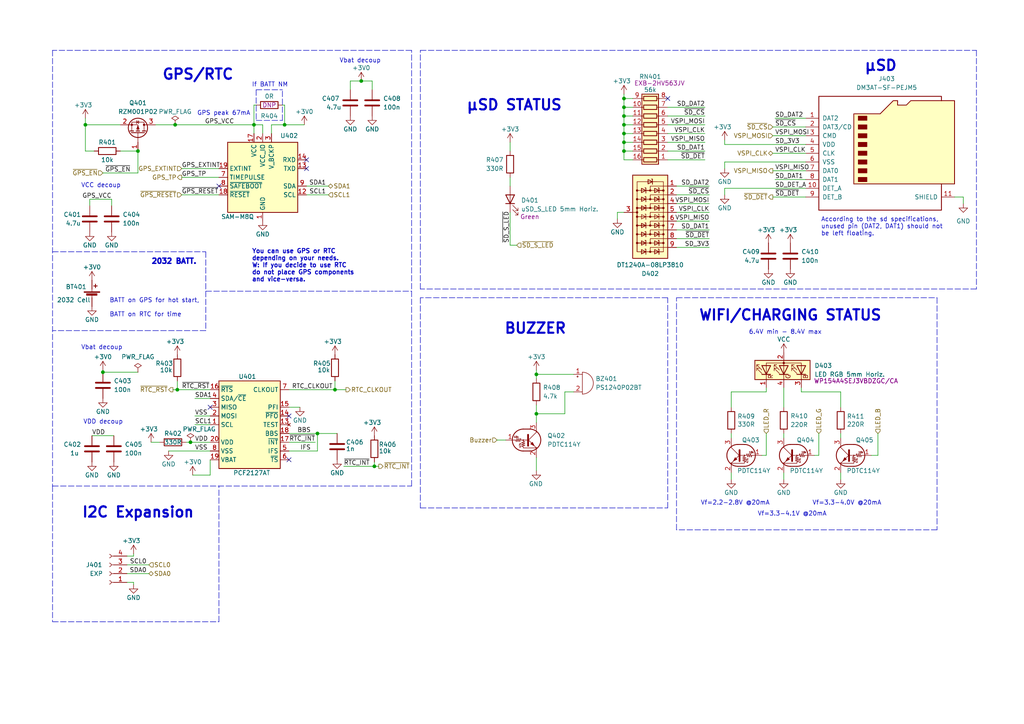
<source format=kicad_sch>
(kicad_sch (version 20211123) (generator eeschema)
  (paper "A4")
  (title_block (title "AUX + Peripherals") (date "2022-07-14") (rev "BETA") (company "Simone Tollardo"))
  (lib_symbols
    (symbol "Connector:Conn_01x04_Female" (pin_names (offset 1.016) hide)
      (property "Reference" "J" (at 0 5.08 0))
      (property "Value" "Conn_01x04_Female" (at 0 -7.62 0))
      (symbol "Conn_01x04_Female_1_1"
        (pin passive line (at -5.08 2.54 0) (length 3.81) (name "Pin_1") (number "1"))
        (pin passive line (at -5.08 0 0) (length 3.81) (name "Pin_2") (number "2"))
        (pin passive line (at -5.08 -2.54 0) (length 3.81) (name "Pin_3") (number "3"))
        (pin passive line (at -5.08 -5.08 0) (length 3.81) (name "Pin_4") (number "4"))
      )
    )
    (symbol "Connector:Micro_SD_Card_Det" (pin_names (offset 1.016))
      (property "Reference" "J" (at -16.51 17.78 0))
      (property "Value" "Micro_SD_Card_Det" (at 16.51 17.78 0))
      (symbol "Micro_SD_Card_Det_1_1"
        (pin bidirectional line (at -22.86 10.16 0) (length 3.81) (name "DAT2") (number "1"))
        (pin passive line (at -22.86 -10.16 0) (length 3.81) (name "DET_A") (number "10"))
        (pin passive line (at 20.32 -12.7 180) (length 3.81) (name "SHIELD") (number "11"))
        (pin bidirectional line (at -22.86 7.62 0) (length 3.81) (name "DAT3/CD") (number "2"))
        (pin input line (at -22.86 5.08 0) (length 3.81) (name "CMD") (number "3"))
        (pin power_in line (at -22.86 2.54 0) (length 3.81) (name "VDD") (number "4"))
        (pin input line (at -22.86 0 0) (length 3.81) (name "CLK") (number "5"))
        (pin power_in line (at -22.86 -2.54 0) (length 3.81) (name "VSS") (number "6"))
        (pin bidirectional line (at -22.86 -5.08 0) (length 3.81) (name "DAT0") (number "7"))
        (pin bidirectional line (at -22.86 -7.62 0) (length 3.81) (name "DAT1") (number "8"))
        (pin passive line (at -22.86 -12.7 0) (length 3.81) (name "DET_B") (number "9"))
      )
    )
    (symbol "Device:Battery_Cell" (pin_numbers hide) (pin_names (offset 0) hide)
      (property "Reference" "BT" (at 2.54 2.54 0))
      (property "Value" "Battery_Cell" (at 2.54 0 0))
      (symbol "Battery_Cell_1_1"
        (pin passive line (at 0 5.08 270) (length 2.54) (name "+") (number "1"))
        (pin passive line (at 0 -2.54 90) (length 2.54) (name "-") (number "2"))
      )
    )
    (symbol "Device:Buzzer" (pin_names (offset 0.0254) hide)
      (property "Reference" "BZ" (at 3.81 1.27 0))
      (property "Value" "Buzzer" (at 3.81 -1.27 0))
      (symbol "Buzzer_1_1"
        (pin passive line (at -2.54 2.54 0) (length 2.54) (name "-") (number "1"))
        (pin passive line (at -2.54 -2.54 0) (length 2.54) (name "+") (number "2"))
      )
    )
    (symbol "Device:C" (pin_numbers hide) (pin_names (offset 0.254))
      (property "Reference" "C" (at 0.635 2.54 0))
      (property "Value" "C" (at 0.635 -2.54 0))
      (symbol "C_1_1"
        (pin passive line (at 0 3.81 270) (length 2.794) (name "~") (number "1"))
        (pin passive line (at 0 -3.81 90) (length 2.794) (name "~") (number "2"))
      )
    )
    (symbol "Device:LED" (pin_numbers hide) (pin_names (offset 1.016) hide)
      (property "Reference" "D" (at 0 2.54 0))
      (property "Value" "LED" (at 0 -2.54 0))
      (symbol "LED_1_1"
        (pin passive line (at -3.81 0 0) (length 2.54) (name "K") (number "1"))
        (pin passive line (at 3.81 0 180) (length 2.54) (name "A") (number "2"))
      )
    )
    (symbol "Device:Q_PMOS_GSD" (pin_names (offset 0) hide)
      (property "Reference" "Q" (at 5.08 1.27 0))
      (property "Value" "Q_PMOS_GSD" (at 5.08 -1.27 0))
      (symbol "Q_PMOS_GSD_1_1"
        (pin input line (at -5.08 0 0) (length 2.54) (name "G") (number "1"))
        (pin passive line (at 2.54 -5.08 90) (length 2.54) (name "S") (number "2"))
        (pin passive line (at 2.54 5.08 270) (length 2.54) (name "D") (number "3"))
      )
    )
    (symbol "Device:R" (pin_numbers hide) (pin_names (offset 0))
      (property "Reference" "R" (at 2.032 0 90))
      (property "Value" "R" (at 0 0 90))
      (symbol "R_1_1"
        (pin passive line (at 0 3.81 270) (length 1.27) (name "~") (number "1"))
        (pin passive line (at 0 -3.81 90) (length 1.27) (name "~") (number "2"))
      )
    )
    (symbol "Device:R_Pack08" (pin_names (offset 0) hide)
      (property "Reference" "RN" (at -12.7 0 90))
      (property "Value" "R_Pack08" (at 10.16 0 90))
      (symbol "R_Pack08_1_1"
        (pin passive line (at -10.16 -5.08 90) (length 2.54) (name "R1.1") (number "1"))
        (pin passive line (at 5.08 5.08 270) (length 2.54) (name "R7.2") (number "10"))
        (pin passive line (at 2.54 5.08 270) (length 2.54) (name "R6.2") (number "11"))
        (pin passive line (at 0 5.08 270) (length 2.54) (name "R5.2") (number "12"))
        (pin passive line (at -2.54 5.08 270) (length 2.54) (name "R4.2") (number "13"))
        (pin passive line (at -5.08 5.08 270) (length 2.54) (name "R3.2") (number "14"))
        (pin passive line (at -7.62 5.08 270) (length 2.54) (name "R2.2") (number "15"))
        (pin passive line (at -10.16 5.08 270) (length 2.54) (name "R1.2") (number "16"))
        (pin passive line (at -7.62 -5.08 90) (length 2.54) (name "R2.1") (number "2"))
        (pin passive line (at -5.08 -5.08 90) (length 2.54) (name "R3.1") (number "3"))
        (pin passive line (at -2.54 -5.08 90) (length 2.54) (name "R4.1") (number "4"))
        (pin passive line (at 0 -5.08 90) (length 2.54) (name "R5.1") (number "5"))
        (pin passive line (at 2.54 -5.08 90) (length 2.54) (name "R6.1") (number "6"))
        (pin passive line (at 5.08 -5.08 90) (length 2.54) (name "R7.1") (number "7"))
        (pin passive line (at 7.62 -5.08 90) (length 2.54) (name "R8.1") (number "8"))
        (pin passive line (at 7.62 5.08 270) (length 2.54) (name "R8.2") (number "9"))
      )
    )
    (symbol "LED_ABGR_1" (pin_names (offset 0) hide)
      (property "Reference" "D?" (at 8.89 1.2701 90))
      (property "Value" "LED_ABGR_1" (at 8.89 -1.2699 90))
      (symbol "LED_ABGR_1_0_0"
        (text "B" (at -1.905 -6.35 0) (effects (font (size 1.27 1.27))))
        (text "G" (at -1.905 -1.27 0) (effects (font (size 1.27 1.27))))
        (text "R" (at -1.905 3.81 0) (effects (font (size 1.27 1.27))))
      )
      (symbol "LED_ABGR_1_1_1"
        (pin passive line (at -5.08 5.08 0) (length 2.54) (name "RK") (number "1"))
        (pin passive line (at 5.08 0 180) (length 2.54) (name "A") (number "2"))
        (pin passive line (at -5.08 -5.08 0) (length 2.54) (name "BK") (number "3"))
        (pin passive line (at -5.08 0 0) (length 2.54) (name "GK") (number "4"))
      )
    )
    (symbol "PCF2127AT_1"
      (property "Reference" "U" (at -5.08 15.24 0))
      (property "Value" "PCF2127AT_1" (at 0 -15.24 0))
      (symbol "PCF2127AT_1_1_1"
        (pin input line (at -10.16 0 0) (length 2.54) (name "SCL") (number "1"))
        (pin no_connect line (at 12.7 0 180) (length 2.54) hide (name "") (number "10"))
        (pin no_connect line (at 12.7 0 180) (length 2.54) hide (name "") (number "11"))
        (pin no_connect line (at 12.7 0 180) (length 2.54) hide (name "") (number "12"))
        (pin no_connect line (at 12.7 0 180) (length 2.54) (name "TEST") (number "13"))
        (pin open_collector line (at 12.7 2.54 180) (length 2.54) (name "~{PFO}") (number "14"))
        (pin input line (at 12.7 5.08 180) (length 2.54) (name "PFI") (number "15"))
        (pin output line (at -10.16 10.16 0) (length 2.54) (name "~{RTS}") (number "16"))
        (pin output line (at 12.7 -5.08 180) (length 2.54) (name "~{INT}") (number "17"))
        (pin output line (at 12.7 -2.54 180) (length 2.54) (name "BBS") (number "18"))
        (pin power_in line (at -10.16 -10.16 0) (length 2.54) (name "VBAT") (number "19"))
        (pin input line (at -10.16 2.54 0) (length 2.54) (name "MOSI") (number "2"))
        (pin power_in line (at -10.16 -5.08 0) (length 2.54) (name "VDD") (number "20"))
        (pin output line (at -10.16 5.08 0) (length 2.54) (name "MISO") (number "3"))
        (pin bidirectional line (at -10.16 7.62 0) (length 2.54) (name "SDA/~{CE}") (number "4"))
        (pin input line (at 12.7 -7.62 180) (length 2.54) (name "IFS") (number "5"))
        (pin input line (at 12.7 -10.16 180) (length 2.54) (name "~{TS}") (number "6"))
        (pin open_collector line (at 12.7 10.16 180) (length 2.54) (name "CLKOUT") (number "7"))
        (pin power_in line (at -10.16 -7.62 0) (length 2.54) (name "VSS") (number "8"))
        (pin no_connect line (at 12.7 0 180) (length 2.54) hide (name "") (number "9"))
      )
    )
    (symbol "Power_Protection:DT1240A-08LP3810" (pin_names hide)
      (property "Reference" "D" (at 13.97 2.54 0))
      (property "Value" "DT1240A-08LP3810" (at 13.97 0.635 0))
      (symbol "DT1240A-08LP3810_0_0"
        (pin passive line (at 0 -7.62 90) (length 2.54) (name "A") (number "3"))
      )
      (symbol "DT1240A-08LP3810_1_1"
        (pin passive line (at -7.62 7.62 270) (length 2.54) (name "K1") (number "1"))
        (pin passive line (at -5.08 7.62 270) (length 2.54) (name "K2") (number "2"))
        (pin passive line (at -2.54 7.62 270) (length 2.54) (name "K3") (number "4"))
        (pin passive line (at 0 7.62 270) (length 2.54) (name "K4") (number "5"))
        (pin passive line (at 2.54 7.62 270) (length 2.54) (name "K5") (number "6"))
        (pin passive line (at 5.08 7.62 270) (length 2.54) (name "K6") (number "7"))
        (pin passive line (at 7.62 7.62 270) (length 2.54) (name "K7") (number "8"))
        (pin passive line (at 10.16 7.62 270) (length 2.54) (name "K8") (number "9"))
      )
    )
    (symbol "RF_GPS:SAM-M8Q"
      (property "Reference" "U" (at -8.89 11.43 0))
      (property "Value" "SAM-M8Q" (at 8.89 11.43 0))
      (symbol "SAM-M8Q_1_1"
        (pin power_in line (at 0 -12.7 90) (length 2.54) (name "GND") (number "1"))
        (pin passive line (at 0 -12.7 90) (length 2.54) hide (name "GND") (number "10"))
        (pin passive line (at 0 -12.7 90) (length 2.54) hide (name "GND") (number "11"))
        (pin input line (at 12.7 -5.08 180) (length 2.54) (name "SCL") (number "12"))
        (pin output line (at 12.7 2.54 180) (length 2.54) (name "TXD") (number "13"))
        (pin input line (at 12.7 5.08 180) (length 2.54) (name "RXD") (number "14"))
        (pin passive line (at 0 -12.7 90) (length 2.54) hide (name "GND") (number "15"))
        (pin passive line (at 0 -12.7 90) (length 2.54) hide (name "GND") (number "16"))
        (pin power_in line (at -2.54 12.7 270) (length 2.54) (name "VCC") (number "17"))
        (pin input line (at -12.7 -5.08 0) (length 2.54) (name "~{RESET}") (number "18"))
        (pin input line (at -12.7 2.54 0) (length 2.54) (name "EXTINT") (number "19"))
        (pin power_in line (at 0 12.7 270) (length 2.54) (name "VCC_IO") (number "2"))
        (pin passive line (at 0 -12.7 90) (length 2.54) hide (name "GND") (number "20"))
        (pin power_in line (at 2.54 12.7 270) (length 2.54) (name "V_BCKP") (number "3"))
        (pin passive line (at 0 -12.7 90) (length 2.54) hide (name "GND") (number "4"))
        (pin passive line (at 0 -12.7 90) (length 2.54) hide (name "GND") (number "5"))
        (pin passive line (at 0 -12.7 90) (length 2.54) hide (name "GND") (number "6"))
        (pin output line (at -12.7 0 0) (length 2.54) (name "TIMEPULSE") (number "7"))
        (pin input line (at -12.7 -2.54 0) (length 2.54) (name "~{SAFEBOOT}") (number "8"))
        (pin bidirectional line (at 12.7 -2.54 180) (length 2.54) (name "SDA") (number "9"))
      )
    )
    (symbol "Transistor_BJT:DTC114Y" (pin_names (offset 0) hide)
      (property "Reference" "Q" (at 5.08 1.905 0))
      (property "Value" "DTC114Y" (at 5.08 0 0))
      (symbol "DTC114Y_0_0"
        (text "10k" (at -3.302 0.889 0) (effects (font (size 0.508 0.508))))
        (text "47k" (at -2.159 -1.524 900) (effects (font (size 0.508 0.508))))
      )
      (symbol "DTC114Y_1_1"
        (pin input line (at -6.35 0 0) (length 2.54) (name "B") (number "1"))
        (pin passive line (at 2.54 -5.08 90) (length 2.54) (name "E") (number "2"))
        (pin passive line (at 2.54 5.08 270) (length 2.54) (name "C") (number "3"))
      )
    )
    (symbol "power:+3V3" (power) (pin_names (offset 0))
      (property "Value" "+3V3" (at 0 3.556 0))
      (symbol "+3V3_1_1"
        (pin power_in line (at 0 0 90) (length 0) hide (name "+3V3") (number "1"))
      )
    )
    (symbol "power:+3V_VBAT" (power) (pin_names (offset 0))
      (property "Value" "+3V_VBAT" (at -0.635 3.81 0))
      (symbol "+3V_VBAT_1_1"
        (pin power_in line (at 0 0 90) (length 0) hide (name "+3V0") (number "1"))
      )
    )
    (symbol "power:GND" (power) (pin_names (offset 0))
      (property "Value" "GND" (at 0 -3.81 0))
      (symbol "GND_1_1"
        (pin power_in line (at 0 0 270) (length 0) hide (name "GND") (number "1"))
      )
    )
    (symbol "power:PWR_FLAG" (power) (pin_numbers hide) (pin_names (offset 0) hide)
      (property "Value" "PWR_FLAG" (at 0 3.81 0))
      (symbol "PWR_FLAG_0_0"
        (pin power_out line (at 0 0 90) (length 0) (name "pwr") (number "1"))
      )
    )
    (symbol "power:VSYS" (power) (pin_names (offset 0))
      (property "Value" "VSYS" (at 0 3.81 0))
      (symbol "VSYS_1_1"
        (pin power_in line (at 0 0 90) (length 0) hide (name "VCC") (number "1"))
      )
    )
  )
  (junction (at 55.245 128.27))
  (junction (at 40.005 43.815))
  (junction (at 180.975 36.195))
  (junction (at 155.575 108.585))
  (junction (at 180.975 31.115))
  (junction (at 180.975 28.575))
  (junction (at 97.155 113.03))
  (junction (at 24.765 36.195))
  (junction (at 50.8 36.195))
  (junction (at 51.435 113.03))
  (junction (at 29.845 107.95))
  (junction (at 73.66 36.195))
  (junction (at 180.975 38.735))
  (junction (at 108.585 135.255))
  (junction (at 155.575 120.015))
  (junction (at 104.775 23.495))
  (junction (at 82.55 36.195))
  (junction (at 180.975 43.815))
  (junction (at 92.075 125.73))
  (junction (at 180.975 41.275))
  (junction (at 180.975 33.655))
  (no_connect (at 88.9 46.355))
  (no_connect (at 88.9 48.895))
  (no_connect (at 193.675 28.575))
  (no_connect (at 83.82 133.35))
  (no_connect (at 63.5 53.975))
  (no_connect (at 83.82 120.65))
  (no_connect (at 60.96 118.11))
  (wire (pts (xy 227.33 112.395) (xy 227.33 118.11)))
  (wire (pts (xy 210.185 41.91) (xy 233.68 41.91)))
  (wire (pts (xy 34.925 43.815) (xy 40.005 43.815)))
  (wire (pts (xy 78.74 36.195) (xy 82.55 36.195)))
  (wire (pts (xy 101.6 23.495) (xy 104.775 23.495)))
  (wire (pts (xy 180.975 33.655) (xy 180.975 31.115)))
  (wire (pts (xy 224.155 44.45) (xy 233.68 44.45)))
  (wire (pts (xy 155.575 109.855) (xy 155.575 108.585)))
  (wire (pts (xy 56.515 115.57) (xy 60.96 115.57)))
  (wire (pts (xy 227.33 137.16) (xy 227.33 139.065)))
  (wire (pts (xy 222.25 125.73) (xy 222.25 132.08)))
  (wire (pts (xy 224.155 39.37) (xy 233.68 39.37)))
  (polyline (pts (xy 15.24 180.34) (xy 63.5 180.34)))
  (wire (pts (xy 74.295 30.48) (xy 73.66 30.48)))
  (wire (pts (xy 38.735 168.91) (xy 38.735 169.545)))
  (wire (pts (xy 32.385 57.785) (xy 26.035 57.785)))
  (wire (pts (xy 36.83 166.37) (xy 43.18 166.37)))
  (wire (pts (xy 193.675 43.815) (xy 204.47 43.815)))
  (polyline (pts (xy 119.38 140.97) (xy 119.38 14.605)))
  (wire (pts (xy 26.67 126.365) (xy 33.02 126.365)))
  (wire (pts (xy 236.22 132.08) (xy 237.49 132.08)))
  (wire (pts (xy 55.245 128.27) (xy 60.96 128.27)))
  (wire (pts (xy 24.765 43.815) (xy 27.305 43.815)))
  (wire (pts (xy 144.145 127.635) (xy 146.685 127.635)))
  (wire (pts (xy 56.515 120.65) (xy 60.96 120.65)))
  (wire (pts (xy 210.185 40.64) (xy 210.185 41.91)))
  (wire (pts (xy 97.155 113.03) (xy 100.33 113.03)))
  (polyline (pts (xy 15.24 140.97) (xy 119.38 140.97)))
  (polyline (pts (xy 121.92 14.605) (xy 283.21 14.605)))
  (wire (pts (xy 180.975 41.275) (xy 180.975 38.735)))
  (wire (pts (xy 205.74 71.755) (xy 196.215 71.755)))
  (wire (pts (xy 29.845 107.95) (xy 40.005 107.95)))
  (wire (pts (xy 36.83 163.83) (xy 43.18 163.83)))
  (wire (pts (xy 108.585 133.985) (xy 108.585 135.255)))
  (wire (pts (xy 155.575 132.715) (xy 155.575 136.525)))
  (polyline (pts (xy 193.675 147.32) (xy 193.675 86.36)))
  (polyline (pts (xy 74.295 34.925) (xy 81.915 34.925)))
  (wire (pts (xy 51.435 113.03) (xy 50.165 113.03)))
  (wire (pts (xy 193.675 38.735) (xy 204.47 38.735)))
  (wire (pts (xy 36.83 168.91) (xy 38.735 168.91)))
  (wire (pts (xy 52.705 51.435) (xy 63.5 51.435)))
  (wire (pts (xy 99.695 135.255) (xy 108.585 135.255)))
  (wire (pts (xy 108.585 135.255) (xy 109.855 135.255)))
  (wire (pts (xy 83.82 130.81) (xy 92.075 130.81)))
  (wire (pts (xy 147.955 43.815) (xy 147.955 41.275)))
  (polyline (pts (xy 271.78 86.36) (xy 271.78 153.67)))
  (wire (pts (xy 55.88 137.795) (xy 60.96 137.795)))
  (wire (pts (xy 82.55 30.48) (xy 82.55 36.195)))
  (wire (pts (xy 24.765 43.815) (xy 24.765 36.195)))
  (polyline (pts (xy 121.92 86.36) (xy 121.92 147.32)))
  (wire (pts (xy 60.96 137.795) (xy 60.96 133.35)))
  (wire (pts (xy 88.9 53.975) (xy 95.25 53.975)))
  (wire (pts (xy 76.2 36.195) (xy 73.66 36.195)))
  (wire (pts (xy 155.575 107.315) (xy 155.575 108.585)))
  (polyline (pts (xy 196.215 86.36) (xy 271.78 86.36)))
  (wire (pts (xy 81.915 30.48) (xy 82.55 30.48)))
  (wire (pts (xy 53.975 128.27) (xy 55.245 128.27)))
  (wire (pts (xy 193.675 33.655) (xy 204.47 33.655)))
  (wire (pts (xy 32.385 59.69) (xy 32.385 57.785)))
  (wire (pts (xy 40.005 50.165) (xy 29.845 50.165)))
  (wire (pts (xy 149.86 71.12) (xy 147.955 71.12)))
  (wire (pts (xy 29.845 107.315) (xy 29.845 107.95)))
  (wire (pts (xy 252.73 132.08) (xy 254.635 132.08)))
  (wire (pts (xy 40.005 43.815) (xy 40.005 50.165)))
  (polyline (pts (xy 59.69 84.455) (xy 119.38 84.455)))
  (wire (pts (xy 50.8 36.195) (xy 73.66 36.195)))
  (wire (pts (xy 180.975 46.355) (xy 180.975 43.815)))
  (polyline (pts (xy 271.78 153.67) (xy 196.215 153.67)))
  (wire (pts (xy 56.515 123.19) (xy 60.96 123.19)))
  (wire (pts (xy 210.185 46.99) (xy 210.185 48.895)))
  (wire (pts (xy 52.705 56.515) (xy 63.5 56.515)))
  (wire (pts (xy 183.515 38.735) (xy 180.975 38.735)))
  (wire (pts (xy 180.975 43.815) (xy 180.975 41.275)))
  (wire (pts (xy 83.82 128.27) (xy 91.44 128.27)))
  (wire (pts (xy 180.975 27.305) (xy 180.975 28.575)))
  (wire (pts (xy 104.775 23.495) (xy 107.95 23.495)))
  (wire (pts (xy 224.79 34.29) (xy 233.68 34.29)))
  (wire (pts (xy 83.82 118.11) (xy 86.995 118.11)))
  (polyline (pts (xy 283.21 83.82) (xy 121.92 83.82)))
  (wire (pts (xy 52.705 48.895) (xy 63.5 48.895)))
  (wire (pts (xy 212.09 118.11) (xy 212.09 113.665)))
  (wire (pts (xy 38.735 160.655) (xy 38.735 161.29)))
  (polyline (pts (xy 59.69 73.025) (xy 59.69 95.885)))
  (wire (pts (xy 243.84 127) (xy 243.84 125.73)))
  (wire (pts (xy 155.575 120.015) (xy 163.83 120.015)))
  (wire (pts (xy 196.215 56.515) (xy 205.74 56.515)))
  (wire (pts (xy 97.155 110.49) (xy 97.155 113.03)))
  (wire (pts (xy 210.185 54.61) (xy 233.68 54.61)))
  (wire (pts (xy 88.9 56.515) (xy 95.25 56.515)))
  (polyline (pts (xy 15.24 14.605) (xy 15.24 140.97)))
  (wire (pts (xy 183.515 43.815) (xy 180.975 43.815)))
  (polyline (pts (xy 283.21 14.605) (xy 283.21 83.82)))
  (wire (pts (xy 76.2 38.735) (xy 76.2 36.195)))
  (wire (pts (xy 180.975 31.115) (xy 180.975 28.575)))
  (polyline (pts (xy 59.69 95.885) (xy 15.24 95.885)))
  (wire (pts (xy 183.515 41.275) (xy 180.975 41.275)))
  (wire (pts (xy 232.41 113.665) (xy 232.41 112.395)))
  (wire (pts (xy 92.075 125.73) (xy 92.075 130.81)))
  (wire (pts (xy 83.82 125.73) (xy 92.075 125.73)))
  (wire (pts (xy 233.68 49.53) (xy 224.155 49.53)))
  (polyline (pts (xy 15.24 73.025) (xy 59.69 73.025)))
  (wire (pts (xy 51.435 110.49) (xy 51.435 113.03)))
  (wire (pts (xy 183.515 36.195) (xy 180.975 36.195)))
  (wire (pts (xy 45.085 36.195) (xy 50.8 36.195)))
  (polyline (pts (xy 74.295 26.035) (xy 81.915 26.035)))
  (wire (pts (xy 193.675 31.115) (xy 204.47 31.115)))
  (wire (pts (xy 183.515 46.355) (xy 180.975 46.355)))
  (wire (pts (xy 237.49 125.73) (xy 237.49 132.08)))
  (wire (pts (xy 193.675 46.355) (xy 204.47 46.355)))
  (wire (pts (xy 166.37 113.665) (xy 163.83 113.665)))
  (wire (pts (xy 276.86 57.15) (xy 279.4 57.15)))
  (wire (pts (xy 193.675 41.275) (xy 204.47 41.275)))
  (wire (pts (xy 243.84 113.665) (xy 232.41 113.665)))
  (wire (pts (xy 180.975 61.595) (xy 179.07 61.595)))
  (wire (pts (xy 279.4 57.15) (xy 279.4 59.055)))
  (wire (pts (xy 243.84 137.16) (xy 243.84 139.065)))
  (wire (pts (xy 73.66 38.735) (xy 73.66 36.195)))
  (polyline (pts (xy 15.24 140.97) (xy 15.24 180.34)))
  (wire (pts (xy 82.55 36.195) (xy 88.265 36.195)))
  (polyline (pts (xy 74.295 26.035) (xy 74.295 34.925)))
  (wire (pts (xy 196.215 64.135) (xy 205.74 64.135)))
  (polyline (pts (xy 121.92 147.32) (xy 193.675 147.32)))
  (wire (pts (xy 196.215 59.055) (xy 205.74 59.055)))
  (wire (pts (xy 155.575 108.585) (xy 166.37 108.585)))
  (wire (pts (xy 24.765 34.29) (xy 24.765 36.195)))
  (polyline (pts (xy 119.38 14.605) (xy 15.24 14.605)))
  (wire (pts (xy 212.09 127) (xy 212.09 125.73)))
  (wire (pts (xy 220.98 132.08) (xy 222.25 132.08)))
  (polyline (pts (xy 196.215 153.67) (xy 196.215 86.36)))
  (wire (pts (xy 210.185 46.99) (xy 233.68 46.99)))
  (polyline (pts (xy 193.675 86.36) (xy 121.92 86.36)))
  (wire (pts (xy 155.575 117.475) (xy 155.575 120.015)))
  (wire (pts (xy 254.635 125.73) (xy 254.635 132.08)))
  (wire (pts (xy 183.515 31.115) (xy 180.975 31.115)))
  (wire (pts (xy 212.09 137.16) (xy 212.09 139.065)))
  (wire (pts (xy 210.185 56.515) (xy 210.185 54.61)))
  (wire (pts (xy 212.09 113.665) (xy 222.25 113.665)))
  (wire (pts (xy 196.215 61.595) (xy 205.74 61.595)))
  (wire (pts (xy 224.155 57.15) (xy 233.68 57.15)))
  (polyline (pts (xy 63.5 180.34) (xy 63.5 140.97)))
  (wire (pts (xy 51.435 113.03) (xy 60.96 113.03)))
  (wire (pts (xy 26.035 57.785) (xy 26.035 59.69)))
  (wire (pts (xy 243.84 118.11) (xy 243.84 113.665)))
  (wire (pts (xy 180.975 28.575) (xy 183.515 28.575)))
  (wire (pts (xy 48.895 130.81) (xy 60.96 130.81)))
  (wire (pts (xy 155.575 122.555) (xy 155.575 120.015)))
  (wire (pts (xy 147.955 71.12) (xy 147.955 61.595)))
  (wire (pts (xy 227.33 127) (xy 227.33 125.73)))
  (wire (pts (xy 222.25 112.395) (xy 222.25 113.665)))
  (wire (pts (xy 180.975 38.735) (xy 180.975 36.195)))
  (wire (pts (xy 147.955 53.975) (xy 147.955 51.435)))
  (wire (pts (xy 196.215 53.975) (xy 205.74 53.975)))
  (wire (pts (xy 83.82 113.03) (xy 97.155 113.03)))
  (wire (pts (xy 196.215 66.675) (xy 205.74 66.675)))
  (wire (pts (xy 24.765 36.195) (xy 34.925 36.195)))
  (wire (pts (xy 101.6 23.495) (xy 101.6 26.035)))
  (wire (pts (xy 180.975 36.195) (xy 180.975 33.655)))
  (wire (pts (xy 196.215 69.215) (xy 205.74 69.215)))
  (polyline (pts (xy 81.915 34.925) (xy 81.915 26.035)))
  (wire (pts (xy 38.735 161.29) (xy 36.83 161.29)))
  (wire (pts (xy 43.815 128.27) (xy 46.355 128.27)))
  (wire (pts (xy 183.515 33.655) (xy 180.975 33.655)))
  (wire (pts (xy 73.66 30.48) (xy 73.66 36.195)))
  (wire (pts (xy 224.79 52.07) (xy 233.68 52.07)))
  (polyline (pts (xy 121.92 83.82) (xy 121.92 14.605)))
  (wire (pts (xy 107.95 26.035) (xy 107.95 23.495)))
  (wire (pts (xy 92.075 125.73) (xy 97.79 125.73)))
  (wire (pts (xy 78.74 38.735) (xy 78.74 36.195)))
  (wire (pts (xy 163.83 113.665) (xy 163.83 120.015)))
  (wire (pts (xy 193.675 36.195) (xy 204.47 36.195)))
  (wire (pts (xy 224.155 36.83) (xy 233.68 36.83)))
  (wire (pts (xy 179.07 61.595) (xy 179.07 63.5)))
  (text "VCC decoup" (at 23.495 54.61 0) (effects (font (size 1.27 1.27)) (justify left bottom)))
  (text "Vbat decoup" (at 23.495 101.6 0) (effects (font (size 1.27 1.27)) (justify left bottom)))
  (text "GPS/RTC" (at 67.945 23.495 180) (effects (font (size 3 3) (thickness 0.6) bold) (justify right bottom)))
  (text "According to the sd specifications,\nunused pin (DAT2, DAT1) should not\nbe left floating." (at 238.125 68.58 0) (effects (font (size 1.27 1.27)) (justify left bottom)))
  (text "You can use GPS or RTC\ndepending on your needs.\nW: If you decide to use RTC\ndo not place GPS components \nand vice-versa." (at 73.025 81.915 0) (effects (font (size 1.27 1.27) bold) (justify left bottom)))
  (text "BUZZER\n" (at 164.465 97.155 180) (effects (font (size 3 3) (thickness 0.6) bold) (justify right bottom)))
  (text "I2C Expansion" (at 56.515 150.495 180) (effects (font (size 3 3) (thickness 0.6) bold) (justify right bottom)))
  (text "6.4V min - 8.4V max" (at 217.17 97.155 0) (effects (font (size 1.27 1.27)) (justify left bottom)))
  (text "Vf=2.2-2.8V @20mA" (at 203.2 146.685 0) (effects (font (size 1.27 1.27)) (justify left bottom)))
  (text "If BATT NM" (at 73.025 25.4 0) (effects (font (size 1.27 1.27)) (justify left bottom)))
  (text "BATT on GPS for hot start,\n\nBATT on RTC for time" (at 31.75 92.075 0) (effects (font (size 1.27 1.27)) (justify left bottom)))
  (text "GPS peak 67mA" (at 57.15 33.655 0) (effects (font (size 1.27 1.27)) (justify left bottom)))
  (text "μSD STATUS" (at 163.195 32.385 180) (effects (font (size 3 3) (thickness 0.6) bold) (justify right bottom)))
  (text "VDD decoup" (at 24.13 123.19 0) (effects (font (size 1.27 1.27)) (justify left bottom)))
  (text "Vf=3.3-4.1V @20mA" (at 219.71 149.86 0) (effects (font (size 1.27 1.27)) (justify left bottom)))
  (text "Vbat decoup" (at 98.425 18.415 0) (effects (font (size 1.27 1.27)) (justify left bottom)))
  (text "2032 BATT." (at 43.815 76.835 0) (effects (font (size 1.524 1.524) (thickness 0.4064) bold) (justify left bottom)))
  (text "Vf=3.3-4.0V @20mA" (at 235.585 146.685 0) (effects (font (size 1.27 1.27)) (justify left bottom)))
  (text "WIFI/CHARGING STATUS" (at 255.905 93.345 180) (effects (font (size 3 3) (thickness 0.6) bold) (justify right bottom)))
  (text "μSD" (at 260.35 20.955 180) (effects (font (size 3 3) (thickness 0.6) bold) (justify right bottom)))
  (label "GPS_TP" (at 52.705 51.435 0))
  (label "VSPI_MOSI" (at 204.47 36.195 180))
  (label "~{GPS_RESET}" (at 52.705 56.515 0))
  (label "SD_DET_A" (at 224.79 54.61 0))
  (label "VSPI_MOSI" (at 205.74 59.055 180))
  (label "SD_3V3" (at 205.74 71.755 180))
  (label "SCL1" (at 94.615 56.515 180))
  (label "~{RTC_INT}" (at 91.44 128.27 180))
  (label "SD_DAT2" (at 224.79 34.29 0))
  (label "~{SD_CS}" (at 204.47 33.655 180))
  (label "GPS_VCC" (at 32.385 57.785 180))
  (label "~{GPS_EN}" (at 30.48 50.165 0))
  (label "VSS" (at 56.515 120.65 0))
  (label "VSPI_MOSI" (at 224.79 39.37 0))
  (label "GPS_EXTINT" (at 52.705 48.895 0))
  (label "VDD" (at 26.67 126.365 0))
  (label "SCL1" (at 56.515 123.19 0))
  (label "SD_DAT2" (at 204.47 31.115 180))
  (label "~{RTC_INT}" (at 99.695 135.255 0))
  (label "GPS_VCC" (at 67.945 36.195 180))
  (label "VSPI_MISO" (at 204.47 41.275 180))
  (label "VSS" (at 56.515 130.81 0))
  (label "SDA1" (at 94.615 53.975 180))
  (label "SD_DAT1" (at 204.47 43.815 180))
  (label "SCL0" (at 42.545 163.83 180))
  (label "VSPI_MISO" (at 205.74 64.135 180))
  (label "SD_DAT2" (at 205.74 53.975 180))
  (label "RTC_CLKOUT" (at 96.52 113.03 180))
  (label "VSPI_CLK" (at 205.74 61.595 180))
  (label "SDA0" (at 42.545 166.37 180))
  (label "VSPI_MISO" (at 224.79 49.53 0))
  (label "BBS" (at 90.17 125.73 180))
  (label "~{SD_S_LED}" (at 147.955 70.485 90))
  (label "VSPI_CLK" (at 224.79 44.45 0))
  (label "~{RTC_RST}" (at 52.705 113.03 0))
  (label "IFS" (at 90.17 130.81 180))
  (label "~{SD_DET}" (at 204.47 46.355 180))
  (label "~{SD_CS}" (at 224.79 36.83 0))
  (label "SDA1" (at 56.515 115.57 0))
  (label "~{SD_CS}" (at 205.74 56.515 180))
  (label "~{SD_DET}" (at 205.74 69.215 180))
  (label "SD_DAT1" (at 224.79 52.07 0))
  (label "SD_DAT1" (at 205.74 66.675 180))
  (label "VSPI_CLK" (at 204.47 38.735 180))
  (label "SD_3V3" (at 224.79 41.91 0))
  (label "VDD" (at 56.515 128.27 0))
  (label "~{SD_DET}" (at 224.79 57.15 0))
  (hierarchical_label "LED_B" (shape input) (at 254.635 125.73 90))
  (hierarchical_label "SCL1" (shape input) (at 95.25 56.515 0))
  (hierarchical_label "SCL0" (shape input) (at 43.18 163.83 0))
  (hierarchical_label "SDA1" (shape bidirectional) (at 95.25 53.975 0))
  (hierarchical_label "~{GPS_EN}" (shape input) (at 29.845 50.165 180))
  (hierarchical_label "VSPI_MOSI" (shape input) (at 224.155 39.37 180))
  (hierarchical_label "~{SD_S_LED}" (shape input) (at 149.86 71.12 0))
  (hierarchical_label "VSPI_MISO" (shape output) (at 224.155 49.53 180))
  (hierarchical_label "Buzzer" (shape input) (at 144.145 127.635 180))
  (hierarchical_label "LED_R" (shape input) (at 222.25 125.73 90))
  (hierarchical_label "~{RTC_RST}" (shape output) (at 50.165 113.03 180))
  (hierarchical_label "VSPI_CLK" (shape bidirectional) (at 224.155 44.45 180))
  (hierarchical_label "~{SD_DET}" (shape output) (at 224.155 57.15 180))
  (hierarchical_label "SDA0" (shape bidirectional) (at 43.18 166.37 0))
  (hierarchical_label "~{GPS_RESET}" (shape input) (at 52.705 56.515 180))
  (hierarchical_label "GPS_EXTINT" (shape input) (at 52.705 48.895 180))
  (hierarchical_label "RTC_CLKOUT" (shape output) (at 100.33 113.03 0))
  (hierarchical_label "~{SD_CS}" (shape input) (at 224.155 36.83 180))
  (hierarchical_label "~{RTC_INT}" (shape output) (at 109.855 135.255 0))
  (hierarchical_label "GPS_TP" (shape output) (at 52.705 51.435 180))
  (hierarchical_label "LED_G" (shape input) (at 237.49 125.73 90))
  (symbol (lib_id "power:VSYS") (at 227.33 102.235 0) (unit 1)
    (property "Reference" "#PWR0440" (effects hide))
    (property "Value" "VSYS" (at 227.33 98.425 0))
  )
  (symbol (lib_id "Transistor_BJT:DTC114Y") (at 246.38 132.08 0) (mirror y) (unit 1)
    (property "Reference" "Q405" (at 253.365 127.635 0) (effects (justify left)))
    (property "Value" "PDTC114Y" (at 255.27 136.525 0) (effects (justify left)))
    (property "Footprint" "Package_TO_SOT_SMD:SOT-23" (effects hide))
  )
  (symbol (lib_id "Device:R") (at 155.575 113.665 0) (unit 1)
    (property "Reference" "R408" (at 157.48 112.395 0) (effects (justify left)))
    (property "Value" "4.7k" (at 157.48 114.935 0) (effects (justify left)))
    (property "Footprint" "Resistor_SMD:R_0603_1608Metric" (effects hide))
  )
  (symbol (lib_id "power:PWR_FLAG") (at 55.245 128.27 0) (unit 1)
    (property "Reference" "#FLG0403" (effects hide))
    (property "Value" "PWR_FLAG" (at 57.785 124.46 0))
  )
  (symbol (lib_id "RF_GPS:SAM-M8Q") (at 76.2 51.435 0) (unit 1)
    (property "Reference" "U402" (at 81.28 39.37 0) (effects (justify left)))
    (property "Value" "SAM-M8Q" (at 64.135 62.865 0) (effects (justify left)))
    (property "Footprint" "ICCI-LIB:ICCI_ublox_SAM-M8Q" (effects hide))
    (property "Datasheet" "https://www.u-blox.com/sites/default/files/SAM-M8Q_DataSheet_%28UBX-16012619%29.pdf" (effects hide))
  )
  (symbol (lib_id "Device:C") (at 29.845 111.76 0) (unit 1)
    (property "Reference" "C403" (at 33.02 110.49 0) (effects (justify left)))
    (property "Value" "100n" (at 33.02 113.03 0) (effects (justify left)))
    (property "Footprint" "Capacitor_SMD:C_0603_1608Metric" (effects hide))
  )
  (symbol (lib_id "power:GND") (at 243.84 139.065 0) (unit 1)
    (property "Reference" "#PWR0444" (effects hide))
    (property "Value" "GND" (at 243.84 142.875 0))
  )
  (symbol (lib_id "power:GND") (at 97.79 133.35 0) (unit 1)
    (property "Reference" "#PWR0112" (effects hide))
    (property "Value" "GND" (at 97.79 137.16 0))
  )
  (symbol (lib_id "Device:C") (at 101.6 29.845 0) (unit 1)
    (property "Reference" "C407" (at 93.345 28.575 0) (effects (justify left)))
    (property "Value" "4.7u" (at 94.615 31.115 0) (effects (justify left)))
    (property "Footprint" "Capacitor_SMD:C_0603_1608Metric" (effects hide))
  )
  (symbol (lib_id "Device:Battery_Cell") (at 26.67 86.36 0) (unit 1)
    (property "Reference" "BT401" (at 19.05 83.185 0) (effects (justify left)))
    (property "Value" "2032 Cell" (at 16.51 86.995 0) (effects (justify left)))
    (property "Footprint" "Battery:BatteryHolder_Keystone_3034_1x20mm" (effects hide))
    (property "Datasheet" "https://www.mouser.it/datasheet/2/215/3034-743109.pdf" (effects hide))
    (property "Link" "https://www.mouser.it/ProductDetail/Keystone-Electronics/3034?qs=LDXARy4xNQtGYr6pIAv90A%3D%3D" (effects hide))
  )
  (symbol (lib_id "power:GND") (at 29.845 115.57 0) (unit 1)
    (property "Reference" "#PWR0113" (effects hide))
    (property "Value" "GND" (at 29.845 119.38 0))
  )
  (symbol (lib_id "power:GND") (at 212.09 139.065 0) (unit 1)
    (property "Reference" "#PWR0437" (effects hide))
    (property "Value" "GND" (at 212.09 142.875 0))
  )
  (symbol (lib_id "power:GND") (at 86.995 118.11 0) (unit 1)
    (property "Reference" "#PWR0421" (effects hide))
    (property "Value" "GND" (at 86.995 121.92 0))
  )
  (symbol (lib_id "power:+3V_VBAT") (at 26.67 81.28 0) (unit 1)
    (property "Reference" "#PWR0102" (effects hide))
    (property "Value" "+3V_VBAT" (at 26.67 77.47 0))
  )
  (symbol (lib_id "power:+3V3") (at 180.975 27.305 0) (unit 1)
    (property "Reference" "#PWR0433" (effects hide))
    (property "Value" "+3V3" (at 180.34 23.495 0))
  )
  (symbol (lib_id "Device:Buzzer") (at 168.91 111.125 0) (unit 1)
    (property "Reference" "BZ401" (at 172.72 109.8549 0) (effects (justify left)))
    (property "Value" "PS1240P02BT " (at 172.72 112.3949 0) (effects (justify left)))
    (property "Footprint" "Buzzer_Beeper:Buzzer_TDK_PS1240P02BT_D12.2mm_H6.5mm" (effects hide))
    (property "Datasheet" "https://product.tdk.com/system/files/dam/doc/product/sw_piezo/sw_piezo/piezo-buzzer/catalog/piezoelectronic_buzzer_ps_en.pdf" (effects hide))
    (property "Model" "PS1740P02E" (effects hide))
    (property "Link" "https://www.mouser.it/ProductDetail/TDK/PS1240P02BT?qs=d7g9p1yFhWaZXSY9MjKMkw%3D%3D" (effects hide))
  )
  (symbol (lib_id "power:GND") (at 26.67 88.9 0) (unit 1)
    (property "Reference" "#PWR0404" (effects hide))
    (property "Value" "GND" (at 26.67 92.71 0))
  )
  (symbol (lib_id "power:PWR_FLAG") (at 50.8 36.195 0) (unit 1)
    (property "Reference" "#FLG0402" (effects hide))
    (property "Value" "PWR_FLAG" (at 50.8 32.385 0))
  )
  (symbol (lib_id "power:+3V_VBAT") (at 55.88 137.795 0) (unit 1)
    (property "Reference" "#PWR0101" (effects hide))
    (property "Value" "+3V_VBAT" (at 55.88 133.985 0))
  )
  (symbol (lib_id "power:GND") (at 33.02 133.985 0) (unit 1)
    (property "Reference" "#PWR0107" (effects hide))
    (property "Value" "GND" (at 33.02 137.795 0))
  )
  (symbol (lib_id "Transistor_BJT:DTC114Y") (at 153.035 127.635 0) (unit 1)
    (property "Reference" "Q402" (at 158.75 126.3649 0) (effects (justify left)))
    (property "Value" "PDTC114Y" (at 158.75 128.9049 0) (effects (justify left)))
    (property "Footprint" "Package_TO_SOT_SMD:SOT-23" (effects hide))
  )
  (symbol (lib_id "power:+3V3") (at 38.735 160.655 0) (unit 1)
    (property "Reference" "#PWR0408" (effects hide))
    (property "Value" "+3V3" (at 38.1 156.845 0))
  )
  (symbol (lib_id "power:GND") (at 26.67 133.985 0) (unit 1)
    (property "Reference" "#PWR0106" (effects hide))
    (property "Value" "GND" (at 26.67 137.795 0))
  )
  (symbol (lib_id "Device:R") (at 147.955 47.625 180) (unit 1)
    (property "Reference" "R407" (at 146.05 46.355 0) (effects (justify left)))
    (property "Value" "330R" (at 146.05 48.895 0) (effects (justify left)))
    (property "Footprint" "Resistor_SMD:R_0603_1608Metric" (effects hide))
  )
  (symbol (lib_id "Device:Q_PMOS_GSD") (at 40.005 38.735 270) (mirror x) (unit 1)
    (property "Reference" "Q401" (at 40.005 29.845 90))
    (property "Value" "RZM001P02" (at 40.005 32.385 90))
    (property "Footprint" "ICCI-LIB:RZM001P02" (effects hide))
  )
  (symbol (lib_id "Connector:Micro_SD_Card_Det") (at 256.54 44.45 0) (unit 1)
    (property "Reference" "J403" (at 257.175 22.86 0))
    (property "Value" "DM3AT-SF-PEJM5" (at 257.175 25.4 0))
    (property "Footprint" "ICCI-LIB:ICCI_microSD_HC_Hirose_DM3AT-SF-PEJM5" (effects hide))
    (property "Datasheet" "https://www.hirose.com/product/en/download_file/key_name/DM3/category/Catalog/doc_file_id/49662/?file_category_id=4&item_id=195&is_series=1" (effects hide))
  )
  (symbol (lib_id "power:GND") (at 210.185 48.895 0) (unit 1)
    (property "Reference" "#PWR0435" (effects hide))
    (property "Value" "GND" (at 210.185 52.705 0))
  )
  (symbol (lib_id "Device:R") (at 50.165 128.27 90) (unit 1)
    (property "Reference" "R402" (at 50.165 125.73 90))
    (property "Value" "330R" (at 50.165 128.27 90))
    (property "Footprint" "Resistor_SMD:R_0603_1608Metric" (effects hide))
  )
  (symbol (lib_id "power:+3V3") (at 155.575 107.315 0) (unit 1)
    (property "Reference" "#PWR0430" (effects hide))
    (property "Value" "+3V3" (at 155.575 103.505 0))
  )
  (symbol (lib_id "power:+3V3") (at 43.815 128.27 0) (unit 1)
    (property "Reference" "#PWR0414" (effects hide))
    (property "Value" "+3V3" (at 43.18 124.46 0))
  )
  (symbol (lib_id "power:+3V_VBAT") (at 88.265 36.195 0) (unit 1)
    (property "Reference" "#PWR0104" (effects hide))
    (property "Value" "+3V_VBAT" (at 88.265 32.385 0))
  )
  (symbol (lib_id "Device:R") (at 78.105 30.48 90) (unit 1)
    (property "Reference" "R404" (at 78.105 33.655 90))
    (property "Value" "0R" (at 78.105 27.94 90))
    (property "Footprint" "Resistor_SMD:R_0603_1608Metric" (effects hide))
    (property "Place" "DNP" (at 78.105 30.48 90))
  )
  (symbol (lib_id "power:+3V3") (at 229.235 70.485 0) (unit 1)
    (property "Reference" "#PWR0442" (effects hide))
    (property "Value" "+3V3" (at 228.6 66.675 0))
  )
  (symbol (lib_id "power:GND") (at 48.895 130.81 0) (unit 1)
    (property "Reference" "#PWR0415" (effects hide))
    (property "Value" "GND" (at 48.895 134.62 0))
  )
  (symbol (lib_id "power:+3V3") (at 147.955 41.275 0) (unit 1)
    (property "Reference" "#PWR0429" (effects hide))
    (property "Value" "+3V3" (at 147.955 37.465 0))
  )
  (symbol (lib_id "Device:C") (at 26.035 63.5 0) (unit 1)
    (property "Reference" "C401" (at 18.415 62.23 0) (effects (justify left)))
    (property "Value" "4.7u" (at 19.05 64.77 0) (effects (justify left)))
    (property "Footprint" "Capacitor_SMD:C_0603_1608Metric" (effects hide))
  )
  (symbol (lib_id "power:+3V3") (at 24.765 34.29 0) (unit 1)
    (property "Reference" "#PWR0401" (effects hide))
    (property "Value" "+3V3" (at 24.13 30.48 0))
  )
  (symbol (lib_id "power:GND") (at 222.885 78.105 0) (unit 1)
    (property "Reference" "#PWR0115" (effects hide))
    (property "Value" "GND" (at 222.885 81.915 0))
  )
  (symbol (lib_id "power:GND") (at 26.035 67.31 0) (unit 1)
    (property "Reference" "#PWR0109" (effects hide))
    (property "Value" "GND" (at 26.035 71.12 0))
  )
  (symbol (lib_name "LED_ABGR_1") (lib_id "Device:LED_ABGR") (at 227.33 107.315 90) (unit 1)
    (property "Reference" "D403" (at 236.22 106.0449 90) (effects (justify right)))
    (property "Value" "LED RGB 5mm Horiz." (at 236.22 108.5849 90) (effects (justify right)))
    (property "Footprint" "ICCI-LIB:LED_D5.0mm-4_RGB_Staggered_Pins_Horizontal" (effects hide))
    (property "Model Name" "WP154A4SEJ3VBDZGC/CA" (at 248.285 110.49 90))
  )
  (symbol (lib_id "power:GND") (at 155.575 136.525 0) (unit 1)
    (property "Reference" "#PWR0431" (effects hide))
    (property "Value" "GND" (at 157.48 140.335 0) (effects (justify right)))
  )
  (symbol (lib_id "Device:R") (at 108.585 130.175 0) (unit 1)
    (property "Reference" "R406" (at 109.855 128.905 0) (effects (justify left)))
    (property "Value" "10k" (at 109.855 130.81 0) (effects (justify left)))
    (property "Footprint" "Resistor_SMD:R_0603_1608Metric" (effects hide))
  )
  (symbol (lib_id "power:GND") (at 179.07 63.5 0) (unit 1)
    (property "Reference" "#PWR0432" (effects hide))
    (property "Value" "GND" (at 179.07 67.31 0))
  )
  (symbol (lib_id "Device:C") (at 97.79 129.54 0) (unit 1)
    (property "Reference" "C406" (at 100.33 128.27 0) (effects (justify left)))
    (property "Value" "1n" (at 100.33 130.175 0) (effects (justify left)))
    (property "Footprint" "Capacitor_SMD:C_0603_1608Metric" (effects hide))
  )
  (symbol (lib_id "Transistor_BJT:DTC114Y") (at 229.87 132.08 0) (mirror y) (unit 1)
    (property "Reference" "Q404" (at 236.22 127.635 0) (effects (justify left)))
    (property "Value" "PDTC114Y" (at 238.76 136.525 0) (effects (justify left)))
    (property "Footprint" "Package_TO_SOT_SMD:SOT-23" (effects hide))
  )
  (symbol (lib_id "Device:C") (at 33.02 130.175 0) (unit 1)
    (property "Reference" "C405" (at 36.195 128.905 0) (effects (justify left)))
    (property "Value" "100n" (at 36.195 131.445 0) (effects (justify left)))
    (property "Footprint" "Capacitor_SMD:C_0603_1608Metric" (effects hide))
  )
  (symbol (lib_id "power:GND") (at 38.735 169.545 0) (unit 1)
    (property "Reference" "#PWR0409" (effects hide))
    (property "Value" "GND" (at 38.735 173.355 0))
  )
  (symbol (lib_id "power:+3V_VBAT") (at 29.845 107.315 0) (unit 1)
    (property "Reference" "#PWR0105" (effects hide))
    (property "Value" "+3V_VBAT" (at 29.845 103.505 0))
  )
  (symbol (lib_id "Device:LED") (at 147.955 57.785 90) (unit 1)
    (property "Reference" "D401" (at 151.13 58.1024 90) (effects (justify right)))
    (property "Value" "uSD_S_LED 5mm Horiz." (at 151.13 60.6424 90) (effects (justify right)))
    (property "Footprint" "LED_THT:LED_D5.0mm_Horizontal_O3.81mm_Z3.0mm" (effects hide))
    (property "Color" "Green" (at 153.67 62.865 90))
  )
  (symbol (lib_id "power:GND") (at 210.185 56.515 0) (unit 1)
    (property "Reference" "#PWR0436" (effects hide))
    (property "Value" "GND" (at 210.185 60.325 0))
  )
  (symbol (lib_id "power:GND") (at 101.6 33.655 0) (unit 1)
    (property "Reference" "#PWR0111" (effects hide))
    (property "Value" "GND" (at 101.6 37.465 0))
  )
  (symbol (lib_id "Device:C") (at 222.885 74.295 0) (unit 1)
    (property "Reference" "C409" (at 215.265 73.025 0) (effects (justify left)))
    (property "Value" "4.7u" (at 215.9 75.565 0) (effects (justify left)))
    (property "Footprint" "Capacitor_SMD:C_0603_1608Metric" (effects hide))
  )
  (symbol (lib_id "power:+3V3") (at 210.185 40.64 0) (unit 1)
    (property "Reference" "#PWR0434" (effects hide))
    (property "Value" "+3V3" (at 209.55 36.83 0))
  )
  (symbol (lib_id "Device:R") (at 31.115 43.815 270) (unit 1)
    (property "Reference" "R401" (at 31.115 41.275 90))
    (property "Value" "10k" (at 31.115 46.355 90))
    (property "Footprint" "Resistor_SMD:R_0603_1608Metric" (effects hide))
  )
  (symbol (lib_id "power:GND") (at 107.95 33.655 0) (unit 1)
    (property "Reference" "#PWR0110" (effects hide))
    (property "Value" "GND" (at 107.95 37.465 0))
  )
  (symbol (lib_id "Power_Protection:DT1240A-08LP3810") (at 188.595 61.595 270) (unit 1)
    (property "Reference" "D402" (at 188.595 79.375 90))
    (property "Value" "DT1240A-08LP3810" (at 188.595 76.835 90))
    (property "Footprint" "ICCI-LIB:ICCI_UDFN-9_1.0x3.8mm_P0.5mm" (effects hide))
    (property "Datasheet" "https://www.diodes.com/assets/Datasheets/DT1240A-08LP3810.pdf" (effects hide))
  )
  (symbol (lib_id "Transistor_BJT:DTC114Y") (at 214.63 132.08 0) (mirror y) (unit 1)
    (property "Reference" "Q403" (at 220.345 127.635 0) (effects (justify left)))
    (property "Value" "PDTC114Y" (at 223.52 136.525 0) (effects (justify left)))
    (property "Footprint" "Package_TO_SOT_SMD:SOT-23" (effects hide))
  )
  (symbol (lib_id "Device:C") (at 26.67 130.175 0) (unit 1)
    (property "Reference" "C402" (at 18.415 128.905 0) (effects (justify left)))
    (property "Value" "1u" (at 20.32 131.445 0) (effects (justify left)))
    (property "Footprint" "Capacitor_SMD:C_0603_1608Metric" (effects hide))
  )
  (symbol (lib_id "power:GND") (at 76.2 64.135 0) (unit 1)
    (property "Reference" "#PWR0420" (effects hide))
    (property "Value" "GND" (at 76.2 67.945 0))
  )
  (symbol (lib_id "Device:R") (at 51.435 106.68 0) (unit 1)
    (property "Reference" "R403" (at 45.085 105.41 0) (effects (justify left)))
    (property "Value" "10k" (at 46.355 107.315 0) (effects (justify left)))
    (property "Footprint" "Resistor_SMD:R_0603_1608Metric" (effects hide))
  )
  (symbol (lib_id "power:GND") (at 227.33 139.065 0) (unit 1)
    (property "Reference" "#PWR0441" (effects hide))
    (property "Value" "GND" (at 227.33 142.875 0))
  )
  (symbol (lib_id "Device:R") (at 97.155 106.68 0) (unit 1)
    (property "Reference" "R405" (at 90.805 105.41 0) (effects (justify left)))
    (property "Value" "10k" (at 92.075 107.315 0) (effects (justify left)))
    (property "Footprint" "Resistor_SMD:R_0603_1608Metric" (effects hide))
  )
  (symbol (lib_id "power:GND") (at 32.385 67.31 0) (unit 1)
    (property "Reference" "#PWR0108" (effects hide))
    (property "Value" "GND" (at 32.385 71.12 0))
  )
  (symbol (lib_id "power:+3V3") (at 97.155 102.87 0) (unit 1)
    (property "Reference" "#PWR0423" (effects hide))
    (property "Value" "+3V3" (at 96.52 99.06 0))
  )
  (symbol (lib_id "Device:C") (at 107.95 29.845 0) (unit 1)
    (property "Reference" "C408" (at 111.125 28.575 0) (effects (justify left)))
    (property "Value" "100n" (at 111.125 31.115 0) (effects (justify left)))
    (property "Footprint" "Capacitor_SMD:C_0603_1608Metric" (effects hide))
  )
  (symbol (lib_id "power:+3V3") (at 108.585 126.365 0) (unit 1)
    (property "Reference" "#PWR0428" (effects hide))
    (property "Value" "+3V3" (at 107.95 122.555 0))
  )
  (symbol (lib_id "power:+3V3") (at 51.435 102.87 0) (unit 1)
    (property "Reference" "#PWR0416" (effects hide))
    (property "Value" "+3V3" (at 50.8 99.06 0))
  )
  (symbol (lib_id "Device:R") (at 243.84 121.92 0) (unit 1)
    (property "Reference" "R411" (at 245.618 120.7516 0) (effects (justify left)))
    (property "Value" "220R" (at 245.618 123.063 0) (effects (justify left)))
    (property "Footprint" "Resistor_SMD:R_0603_1608Metric" (effects hide))
  )
  (symbol (lib_name "PCF2127AT_1") (lib_id "ICCI-LIB:PCF2127AT") (at 71.12 123.19 0) (unit 1)
    (property "Reference" "U401" (at 71.755 109.22 0))
    (property "Value" "PCF2127AT" (at 73.025 137.16 0))
    (property "Footprint" "ICCI-LIB:PCF2127AT" (effects hide))
  )
  (symbol (lib_id "power:GND") (at 229.235 78.105 0) (unit 1)
    (property "Reference" "#PWR0114" (effects hide))
    (property "Value" "GND" (at 229.235 81.915 0))
  )
  (symbol (lib_id "power:+3V3") (at 222.885 70.485 0) (unit 1)
    (property "Reference" "#PWR0438" (effects hide))
    (property "Value" "+3V3" (at 222.25 66.675 0))
  )
  (symbol (lib_id "Device:C") (at 229.235 74.295 0) (unit 1)
    (property "Reference" "C410" (at 232.41 73.025 0) (effects (justify left)))
    (property "Value" "100n" (at 232.41 75.565 0) (effects (justify left)))
    (property "Footprint" "Capacitor_SMD:C_0603_1608Metric" (effects hide))
  )
  (symbol (lib_id "power:PWR_FLAG") (at 40.005 107.95 0) (unit 1)
    (property "Reference" "#FLG0101" (effects hide))
    (property "Value" "PWR_FLAG" (at 40.005 103.505 0))
  )
  (symbol (lib_id "Device:R_Pack08") (at 188.595 36.195 90) (unit 1)
    (property "Reference" "RN401" (at 188.595 22.225 90))
    (property "Value" "56k" (at 188.595 26.035 90))
    (property "Footprint" "Resistor_SMD:R_Array_Convex_8x0602" (effects hide))
    (property "Datasheet" "https://www.mouser.it/datasheet/2/315/AOC0000C14-1108062.pdf" (effects hide))
    (property "Model Name" "EXB-2HV563JV " (at 191.77 24.13 90))
  )
  (symbol (lib_id "power:+3V_VBAT") (at 104.775 23.495 0) (unit 1)
    (property "Reference" "#PWR0103" (effects hide))
    (property "Value" "+3V_VBAT" (at 104.775 19.685 0))
  )
  (symbol (lib_id "Device:R") (at 212.09 121.92 0) (unit 1)
    (property "Reference" "R409" (at 213.868 120.7516 0) (effects (justify left)))
    (property "Value" "330R" (at 213.868 123.063 0) (effects (justify left)))
    (property "Footprint" "Resistor_SMD:R_0603_1608Metric" (effects hide))
  )
  (symbol (lib_id "Device:R") (at 227.33 121.92 0) (unit 1)
    (property "Reference" "R410" (at 229.235 120.65 0) (effects (justify left)))
    (property "Value" "220R" (at 229.235 123.19 0) (effects (justify left)))
    (property "Footprint" "Resistor_SMD:R_0603_1608Metric" (effects hide))
  )
  (symbol (lib_id "Connector:Conn_01x04_Female") (at 31.75 166.37 180) (unit 1)
    (property "Reference" "J401" (at 27.305 163.83 0))
    (property "Value" "EXP" (at 27.94 166.37 0))
    (property "Footprint" "Connector_PinSocket_2.54mm:PinSocket_2x02_P2.54mm_Horizontal" (effects hide))
  )
  (symbol (lib_id "power:GND") (at 279.4 59.055 0) (unit 1)
    (property "Reference" "#PWR0445" (effects hide))
    (property "Value" "GND" (at 279.4 64.135 0))
  )
  (symbol (lib_id "Device:C") (at 32.385 63.5 0) (unit 1)
    (property "Reference" "C404" (at 35.56 62.23 0) (effects (justify left)))
    (property "Value" "100n" (at 35.56 64.77 0) (effects (justify left)))
    (property "Footprint" "Capacitor_SMD:C_0603_1608Metric" (effects hide))
  )
)
</source>
